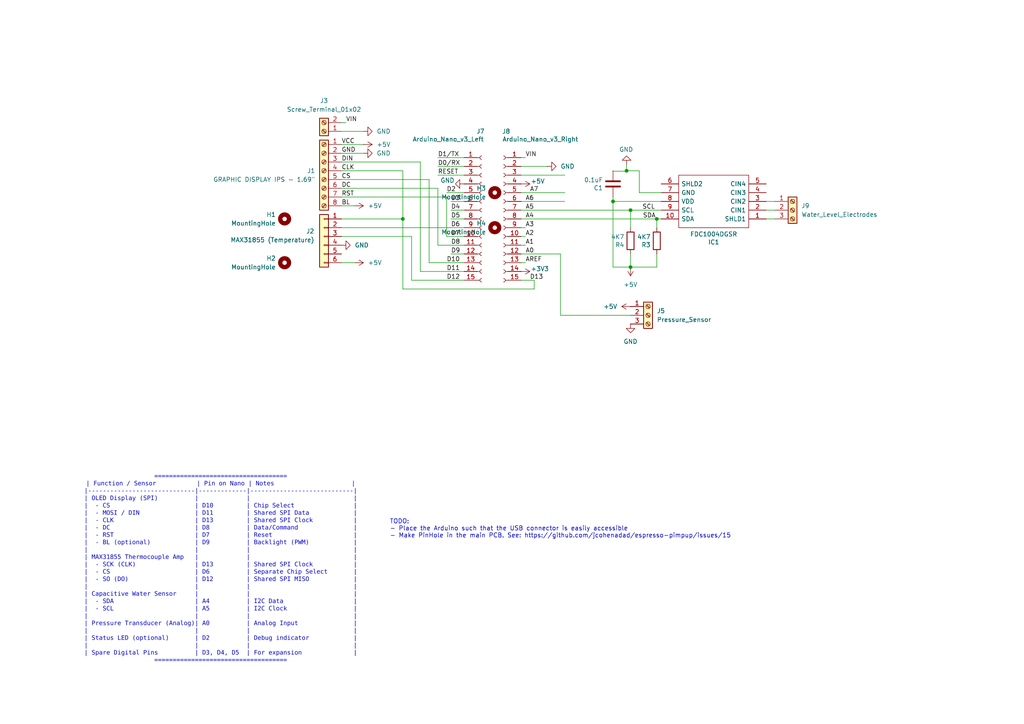
<source format=kicad_sch>
(kicad_sch (version 20250114) (generator "eeschema") (generator_version "9.0")
  (paper "A4")
  (lib_symbols
    (symbol "Conn_01x15_Socket_1" (pin_names (offset 1.016) (hide yes))
      (property "Reference" "J" (at 0 20.32 0))
      (property "Value" "Conn_01x15_Socket" (at 0 -20.32 0))
      (symbol "Conn_01x15_Socket_1_1_1"
        (polyline (pts (xy -1.27 17.78) (xy -0.508 17.78)) (stroke (width 0.1524)))
        (polyline (pts (xy -1.27 15.24) (xy -0.508 15.24)) (stroke (width 0.1524)))
        (polyline (pts (xy -1.27 12.7) (xy -0.508 12.7)) (stroke (width 0.1524)))
        (polyline (pts (xy -1.27 10.16) (xy -0.508 10.16)) (stroke (width 0.1524)))
        (polyline (pts (xy -1.27 7.62) (xy -0.508 7.62)) (stroke (width 0.1524)))
        (polyline (pts (xy -1.27 5.08) (xy -0.508 5.08)) (stroke (width 0.1524)))
        (polyline (pts (xy -1.27 2.54) (xy -0.508 2.54)) (stroke (width 0.1524)))
        (polyline (pts (xy -1.27 0) (xy -0.508 0)) (stroke (width 0.1524)))
        (polyline (pts (xy -1.27 -2.54) (xy -0.508 -2.54)) (stroke (width 0.1524)))
        (polyline (pts (xy -1.27 -5.08) (xy -0.508 -5.08)) (stroke (width 0.1524)))
        (polyline (pts (xy -1.27 -7.62) (xy -0.508 -7.62)) (stroke (width 0.1524)))
        (polyline (pts (xy -1.27 -10.16) (xy -0.508 -10.16)) (stroke (width 0.1524)))
        (polyline (pts (xy -1.27 -12.7) (xy -0.508 -12.7)) (stroke (width 0.1524)))
        (polyline (pts (xy -1.27 -15.24) (xy -0.508 -15.24)) (stroke (width 0.1524)))
        (polyline (pts (xy -1.27 -17.78) (xy -0.508 -17.78)) (stroke (width 0.1524)))
        (arc (start 0 17.272) (mid -0.5058 17.78) (end 0 18.288) (stroke (width 0.1524)))
        (arc (start 0 14.732) (mid -0.5058 15.24) (end 0 15.748) (stroke (width 0.1524)))
        (arc (start 0 12.192) (mid -0.5058 12.7) (end 0 13.208) (stroke (width 0.1524)))
        (arc (start 0 9.652) (mid -0.5058 10.16) (end 0 10.668) (stroke (width 0.1524)))
        (arc (start 0 7.112) (mid -0.5058 7.62) (end 0 8.128) (stroke (width 0.1524)))
        (arc (start 0 4.572) (mid -0.5058 5.08) (end 0 5.588) (stroke (width 0.1524)))
        (arc (start 0 2.032) (mid -0.5058 2.54) (end 0 3.048) (stroke (width 0.1524)))
        (arc (start 0 -0.508) (mid -0.5058 0) (end 0 0.508) (stroke (width 0.1524)))
        (arc (start 0 -3.048) (mid -0.5058 -2.54) (end 0 -2.032) (stroke (width 0.1524)))
        (arc (start 0 -5.588) (mid -0.5058 -5.08) (end 0 -4.572) (stroke (width 0.1524)))
        (arc (start 0 -8.128) (mid -0.5058 -7.62) (end 0 -7.112) (stroke (width 0.1524)))
        (arc (start 0 -10.668) (mid -0.5058 -10.16) (end 0 -9.652) (stroke (width 0.1524)))
        (arc (start 0 -13.208) (mid -0.5058 -12.7) (end 0 -12.192) (stroke (width 0.1524)))
        (arc (start 0 -15.748) (mid -0.5058 -15.24) (end 0 -14.732) (stroke (width 0.1524)))
        (arc (start 0 -18.288) (mid -0.5058 -17.78) (end 0 -17.272) (stroke (width 0.1524)))
        (pin passive line (at -5.08 17.78 0) (length 3.81) (name "Pin_1") (number "1"))
        (pin passive line (at -5.08 15.24 0) (length 3.81) (name "Pin_2") (number "2"))
        (pin passive line (at -5.08 12.7 0) (length 3.81) (name "Pin_3") (number "3"))
        (pin passive line (at -5.08 10.16 0) (length 3.81) (name "Pin_4") (number "4"))
        (pin passive line (at -5.08 7.62 0) (length 3.81) (name "Pin_5") (number "5"))
        (pin passive line (at -5.08 5.08 0) (length 3.81) (name "Pin_6") (number "6"))
        (pin passive line (at -5.08 2.54 0) (length 3.81) (name "Pin_7") (number "7"))
        (pin passive line (at -5.08 0 0) (length 3.81) (name "Pin_8") (number "8"))
        (pin passive line (at -5.08 -2.54 0) (length 3.81) (name "Pin_9") (number "9"))
        (pin passive line (at -5.08 -5.08 0) (length 3.81) (name "Pin_10") (number "10"))
        (pin passive line (at -5.08 -7.62 0) (length 3.81) (name "Pin_11") (number "11"))
        (pin passive line (at -5.08 -10.16 0) (length 3.81) (name "Pin_12") (number "12"))
        (pin passive line (at -5.08 -12.7 0) (length 3.81) (name "Pin_13") (number "13"))
        (pin passive line (at -5.08 -15.24 0) (length 3.81) (name "Pin_14") (number "14"))
        (pin passive line (at -5.08 -17.78 0) (length 3.81) (name "Pin_15") (number "15"))
      )
    )
    (symbol "Connector:Conn_01x15_Socket" (pin_names (offset 1.016) (hide yes))
      (property "Reference" "J" (at 0 20.32 0))
      (property "Value" "Conn_01x15_Socket" (at 0 -20.32 0))
      (symbol "Conn_01x15_Socket_1_1"
        (polyline (pts (xy -1.27 17.78) (xy -0.508 17.78)) (stroke (width 0.1524)))
        (polyline (pts (xy -1.27 15.24) (xy -0.508 15.24)) (stroke (width 0.1524)))
        (polyline (pts (xy -1.27 12.7) (xy -0.508 12.7)) (stroke (width 0.1524)))
        (polyline (pts (xy -1.27 10.16) (xy -0.508 10.16)) (stroke (width 0.1524)))
        (polyline (pts (xy -1.27 7.62) (xy -0.508 7.62)) (stroke (width 0.1524)))
        (polyline (pts (xy -1.27 5.08) (xy -0.508 5.08)) (stroke (width 0.1524)))
        (polyline (pts (xy -1.27 2.54) (xy -0.508 2.54)) (stroke (width 0.1524)))
        (polyline (pts (xy -1.27 0) (xy -0.508 0)) (stroke (width 0.1524)))
        (polyline (pts (xy -1.27 -2.54) (xy -0.508 -2.54)) (stroke (width 0.1524)))
        (polyline (pts (xy -1.27 -5.08) (xy -0.508 -5.08)) (stroke (width 0.1524)))
        (polyline (pts (xy -1.27 -7.62) (xy -0.508 -7.62)) (stroke (width 0.1524)))
        (polyline (pts (xy -1.27 -10.16) (xy -0.508 -10.16)) (stroke (width 0.1524)))
        (polyline (pts (xy -1.27 -12.7) (xy -0.508 -12.7)) (stroke (width 0.1524)))
        (polyline (pts (xy -1.27 -15.24) (xy -0.508 -15.24)) (stroke (width 0.1524)))
        (polyline (pts (xy -1.27 -17.78) (xy -0.508 -17.78)) (stroke (width 0.1524)))
        (arc (start 0 17.272) (mid -0.5058 17.78) (end 0 18.288) (stroke (width 0.1524)))
        (arc (start 0 14.732) (mid -0.5058 15.24) (end 0 15.748) (stroke (width 0.1524)))
        (arc (start 0 12.192) (mid -0.5058 12.7) (end 0 13.208) (stroke (width 0.1524)))
        (arc (start 0 9.652) (mid -0.5058 10.16) (end 0 10.668) (stroke (width 0.1524)))
        (arc (start 0 7.112) (mid -0.5058 7.62) (end 0 8.128) (stroke (width 0.1524)))
        (arc (start 0 4.572) (mid -0.5058 5.08) (end 0 5.588) (stroke (width 0.1524)))
        (arc (start 0 2.032) (mid -0.5058 2.54) (end 0 3.048) (stroke (width 0.1524)))
        (arc (start 0 -0.508) (mid -0.5058 0) (end 0 0.508) (stroke (width 0.1524)))
        (arc (start 0 -3.048) (mid -0.5058 -2.54) (end 0 -2.032) (stroke (width 0.1524)))
        (arc (start 0 -5.588) (mid -0.5058 -5.08) (end 0 -4.572) (stroke (width 0.1524)))
        (arc (start 0 -8.128) (mid -0.5058 -7.62) (end 0 -7.112) (stroke (width 0.1524)))
        (arc (start 0 -10.668) (mid -0.5058 -10.16) (end 0 -9.652) (stroke (width 0.1524)))
        (arc (start 0 -13.208) (mid -0.5058 -12.7) (end 0 -12.192) (stroke (width 0.1524)))
        (arc (start 0 -15.748) (mid -0.5058 -15.24) (end 0 -14.732) (stroke (width 0.1524)))
        (arc (start 0 -18.288) (mid -0.5058 -17.78) (end 0 -17.272) (stroke (width 0.1524)))
        (pin passive line (at -5.08 17.78 0) (length 3.81) (name "Pin_1") (number "1"))
        (pin passive line (at -5.08 15.24 0) (length 3.81) (name "Pin_2") (number "2"))
        (pin passive line (at -5.08 12.7 0) (length 3.81) (name "Pin_3") (number "3"))
        (pin passive line (at -5.08 10.16 0) (length 3.81) (name "Pin_4") (number "4"))
        (pin passive line (at -5.08 7.62 0) (length 3.81) (name "Pin_5") (number "5"))
        (pin passive line (at -5.08 5.08 0) (length 3.81) (name "Pin_6") (number "6"))
        (pin passive line (at -5.08 2.54 0) (length 3.81) (name "Pin_7") (number "7"))
        (pin passive line (at -5.08 0 0) (length 3.81) (name "Pin_8") (number "8"))
        (pin passive line (at -5.08 -2.54 0) (length 3.81) (name "Pin_9") (number "9"))
        (pin passive line (at -5.08 -5.08 0) (length 3.81) (name "Pin_10") (number "10"))
        (pin passive line (at -5.08 -7.62 0) (length 3.81) (name "Pin_11") (number "11"))
        (pin passive line (at -5.08 -10.16 0) (length 3.81) (name "Pin_12") (number "12"))
        (pin passive line (at -5.08 -12.7 0) (length 3.81) (name "Pin_13") (number "13"))
        (pin passive line (at -5.08 -15.24 0) (length 3.81) (name "Pin_14") (number "14"))
        (pin passive line (at -5.08 -17.78 0) (length 3.81) (name "Pin_15") (number "15"))
      )
    )
    (symbol "Connector:Screw_Terminal_01x02" (pin_names (offset 1.016) (hide yes))
      (property "Reference" "J" (at 0 2.54 0))
      (property "Value" "Screw_Terminal_01x02" (at 0 -5.08 0))
      (symbol "Screw_Terminal_01x02_1_1"
        (rectangle (start -1.27 1.27) (end 1.27 -3.81) (stroke (width 0.254)) (fill (type background)))
        (polyline (pts (xy -0.5334 0.3302) (xy 0.3302 -0.508)) (stroke (width 0.1524)))
        (polyline (pts (xy -0.5334 -2.2098) (xy 0.3302 -3.048)) (stroke (width 0.1524)))
        (polyline (pts (xy -0.3556 0.508) (xy 0.508 -0.3302)) (stroke (width 0.1524)))
        (polyline (pts (xy -0.3556 -2.032) (xy 0.508 -2.8702)) (stroke (width 0.1524)))
        (circle (center 0 0) (radius 0.635) (stroke (width 0.1524)))
        (circle (center 0 -2.54) (radius 0.635) (stroke (width 0.1524)))
        (pin passive line (at -5.08 0 0) (length 3.81) (name "Pin_1") (number "1"))
        (pin passive line (at -5.08 -2.54 0) (length 3.81) (name "Pin_2") (number "2"))
      )
    )
    (symbol "Connector:Screw_Terminal_01x03" (pin_names (offset 1.016) (hide yes))
      (property "Reference" "J" (at 0 5.08 0))
      (property "Value" "Screw_Terminal_01x03" (at 0 -5.08 0))
      (symbol "Screw_Terminal_01x03_1_1"
        (rectangle (start -1.27 3.81) (end 1.27 -3.81) (stroke (width 0.254)) (fill (type background)))
        (polyline (pts (xy -0.5334 2.8702) (xy 0.3302 2.032)) (stroke (width 0.1524)))
        (polyline (pts (xy -0.5334 0.3302) (xy 0.3302 -0.508)) (stroke (width 0.1524)))
        (polyline (pts (xy -0.5334 -2.2098) (xy 0.3302 -3.048)) (stroke (width 0.1524)))
        (polyline (pts (xy -0.3556 3.048) (xy 0.508 2.2098)) (stroke (width 0.1524)))
        (polyline (pts (xy -0.3556 0.508) (xy 0.508 -0.3302)) (stroke (width 0.1524)))
        (polyline (pts (xy -0.3556 -2.032) (xy 0.508 -2.8702)) (stroke (width 0.1524)))
        (circle (center 0 2.54) (radius 0.635) (stroke (width 0.1524)))
        (circle (center 0 0) (radius 0.635) (stroke (width 0.1524)))
        (circle (center 0 -2.54) (radius 0.635) (stroke (width 0.1524)))
        (pin passive line (at -5.08 2.54 0) (length 3.81) (name "Pin_1") (number "1"))
        (pin passive line (at -5.08 0 0) (length 3.81) (name "Pin_2") (number "2"))
        (pin passive line (at -5.08 -2.54 0) (length 3.81) (name "Pin_3") (number "3"))
      )
    )
    (symbol "Connector:Screw_Terminal_01x08" (pin_names (offset 1.016) (hide yes))
      (property "Reference" "J" (at 0 10.16 0))
      (property "Value" "Screw_Terminal_01x08" (at 0 -12.7 0))
      (symbol "Screw_Terminal_01x08_1_1"
        (rectangle (start -1.27 8.89) (end 1.27 -11.43) (stroke (width 0.254)) (fill (type background)))
        (polyline (pts (xy -0.5334 7.9502) (xy 0.3302 7.112)) (stroke (width 0.1524)))
        (polyline (pts (xy -0.5334 5.4102) (xy 0.3302 4.572)) (stroke (width 0.1524)))
        (polyline (pts (xy -0.5334 2.8702) (xy 0.3302 2.032)) (stroke (width 0.1524)))
        (polyline (pts (xy -0.5334 0.3302) (xy 0.3302 -0.508)) (stroke (width 0.1524)))
        (polyline (pts (xy -0.5334 -2.2098) (xy 0.3302 -3.048)) (stroke (width 0.1524)))
        (polyline (pts (xy -0.5334 -4.7498) (xy 0.3302 -5.588)) (stroke (width 0.1524)))
        (polyline (pts (xy -0.5334 -7.2898) (xy 0.3302 -8.128)) (stroke (width 0.1524)))
        (polyline (pts (xy -0.5334 -9.8298) (xy 0.3302 -10.668)) (stroke (width 0.1524)))
        (polyline (pts (xy -0.3556 8.128) (xy 0.508 7.2898)) (stroke (width 0.1524)))
        (polyline (pts (xy -0.3556 5.588) (xy 0.508 4.7498)) (stroke (width 0.1524)))
        (polyline (pts (xy -0.3556 3.048) (xy 0.508 2.2098)) (stroke (width 0.1524)))
        (polyline (pts (xy -0.3556 0.508) (xy 0.508 -0.3302)) (stroke (width 0.1524)))
        (polyline (pts (xy -0.3556 -2.032) (xy 0.508 -2.8702)) (stroke (width 0.1524)))
        (polyline (pts (xy -0.3556 -4.572) (xy 0.508 -5.4102)) (stroke (width 0.1524)))
        (polyline (pts (xy -0.3556 -7.112) (xy 0.508 -7.9502)) (stroke (width 0.1524)))
        (polyline (pts (xy -0.3556 -9.652) (xy 0.508 -10.4902)) (stroke (width 0.1524)))
        (circle (center 0 7.62) (radius 0.635) (stroke (width 0.1524)))
        (circle (center 0 5.08) (radius 0.635) (stroke (width 0.1524)))
        (circle (center 0 2.54) (radius 0.635) (stroke (width 0.1524)))
        (circle (center 0 0) (radius 0.635) (stroke (width 0.1524)))
        (circle (center 0 -2.54) (radius 0.635) (stroke (width 0.1524)))
        (circle (center 0 -5.08) (radius 0.635) (stroke (width 0.1524)))
        (circle (center 0 -7.62) (radius 0.635) (stroke (width 0.1524)))
        (circle (center 0 -10.16) (radius 0.635) (stroke (width 0.1524)))
        (pin passive line (at -5.08 7.62 0) (length 3.81) (name "Pin_1") (number "1"))
        (pin passive line (at -5.08 5.08 0) (length 3.81) (name "Pin_2") (number "2"))
        (pin passive line (at -5.08 2.54 0) (length 3.81) (name "Pin_3") (number "3"))
        (pin passive line (at -5.08 0 0) (length 3.81) (name "Pin_4") (number "4"))
        (pin passive line (at -5.08 -2.54 0) (length 3.81) (name "Pin_5") (number "5"))
        (pin passive line (at -5.08 -5.08 0) (length 3.81) (name "Pin_6") (number "6"))
        (pin passive line (at -5.08 -7.62 0) (length 3.81) (name "Pin_7") (number "7"))
        (pin passive line (at -5.08 -10.16 0) (length 3.81) (name "Pin_8") (number "8"))
      )
    )
    (symbol "Connector_Generic:Conn_01x06" (pin_names (offset 1.016) (hide yes))
      (property "Reference" "J" (at 0 7.62 0))
      (property "Value" "Conn_01x06" (at 0 -10.16 0))
      (symbol "Conn_01x06_1_1"
        (rectangle (start -1.27 6.35) (end 1.27 -8.89) (stroke (width 0.254)) (fill (type background)))
        (rectangle (start -1.27 5.207) (end 0 4.953) (stroke (width 0.1524)))
        (rectangle (start -1.27 2.667) (end 0 2.413) (stroke (width 0.1524)))
        (rectangle (start -1.27 0.127) (end 0 -0.127) (stroke (width 0.1524)))
        (rectangle (start -1.27 -2.413) (end 0 -2.667) (stroke (width 0.1524)))
        (rectangle (start -1.27 -4.953) (end 0 -5.207) (stroke (width 0.1524)))
        (rectangle (start -1.27 -7.493) (end 0 -7.747) (stroke (width 0.1524)))
        (pin passive line (at -5.08 5.08 0) (length 3.81) (name "Pin_1") (number "1"))
        (pin passive line (at -5.08 2.54 0) (length 3.81) (name "Pin_2") (number "2"))
        (pin passive line (at -5.08 0 0) (length 3.81) (name "Pin_3") (number "3"))
        (pin passive line (at -5.08 -2.54 0) (length 3.81) (name "Pin_4") (number "4"))
        (pin passive line (at -5.08 -5.08 0) (length 3.81) (name "Pin_5") (number "5"))
        (pin passive line (at -5.08 -7.62 0) (length 3.81) (name "Pin_6") (number "6"))
      )
    )
    (symbol "FDC1004DGSR:FDC1004DGSR" (pin_names (offset 0.762))
      (property "Reference" "IC" (at 26.67 7.62 0))
      (property "Value" "FDC1004DGSR_FDC1004DGSR" (at 26.67 5.08 0))
      (symbol "FDC1004DGSR_0_0"
        (pin input line (at 0 0 0) (length 5.08) (name "SHLD1") (number "1"))
        (pin input line (at 0 -2.54 0) (length 5.08) (name "CIN1") (number "2"))
        (pin input line (at 0 -5.08 0) (length 5.08) (name "CIN2") (number "3"))
        (pin input line (at 0 -7.62 0) (length 5.08) (name "CIN3") (number "4"))
        (pin input line (at 0 -10.16 0) (length 5.08) (name "CIN4") (number "5"))
        (pin bidirectional line (at 30.48 0 180) (length 5.08) (name "SDA") (number "10"))
        (pin input line (at 30.48 -2.54 180) (length 5.08) (name "SCL") (number "9"))
        (pin power_in line (at 30.48 -5.08 180) (length 5.08) (name "VDD") (number "8"))
        (pin power_in line (at 30.48 -7.62 180) (length 5.08) (name "GND") (number "7"))
        (pin input line (at 30.48 -10.16 180) (length 5.08) (name "SHLD2") (number "6"))
      )
      (symbol "FDC1004DGSR_0_1"
        (polyline (pts (xy 5.08 2.54) (xy 25.4 2.54) (xy 25.4 -12.7) (xy 5.08 -12.7) (xy 5.08 2.54)) (stroke (width 0.1524)))
      )
    )
    (symbol "Mechanical:MountingHole" (pin_names (offset 1.016)) (in_bom no)
      (property "Reference" "H" (at 0 5.08 0))
      (property "Value" "MountingHole" (at 0 3.175 0))
      (symbol "MountingHole_0_1"
        (circle (center 0 0) (radius 1.27) (stroke (width 1.27)))
      )
    )
    (symbol "level_s-rescue:C-Device" (pin_numbers (hide yes)) (pin_names (offset 0.254))
      (property "Reference" "C" (at 0.635 2.54 0))
      (property "Value" "C-Device" (at 0.635 -2.54 0))
      (symbol "C-Device_0_1"
        (polyline (pts (xy -2.032 0.762) (xy 2.032 0.762)) (stroke (width 0.508)))
        (polyline (pts (xy -2.032 -0.762) (xy 2.032 -0.762)) (stroke (width 0.508)))
      )
      (symbol "C-Device_1_1"
        (pin passive line (at 0 3.81 270) (length 2.794) (name "~") (number "1"))
        (pin passive line (at 0 -3.81 90) (length 2.794) (name "~") (number "2"))
      )
    )
    (symbol "level_s-rescue:GND-power" (power) (pin_names (offset 0))
      (property "Value" "GND-power" (at 0 -3.81 0))
      (symbol "GND-power_0_1"
        (polyline (pts (xy 0 0) (xy 0 -1.27) (xy 1.27 -1.27) (xy 0 -2.54) (xy -1.27 -1.27) (xy 0 -1.27)))
      )
      (symbol "GND-power_1_1"
        (pin power_in line (at 0 0 270) (length 0) (hide yes) (name "GND") (number "1"))
      )
    )
    (symbol "level_s-rescue:R-Device" (pin_numbers (hide yes)) (pin_names (offset 0))
      (property "Reference" "R" (at 2.032 0 90))
      (property "Value" "R-Device" (at 0 0 90))
      (symbol "R-Device_0_1"
        (rectangle (start -1.016 -2.54) (end 1.016 2.54) (stroke (width 0.254)))
      )
      (symbol "R-Device_1_1"
        (pin passive line (at 0 3.81 270) (length 1.27) (name "~") (number "1"))
        (pin passive line (at 0 -3.81 90) (length 1.27) (name "~") (number "2"))
      )
    )
    (symbol "power:+3V3" (power) (pin_numbers (hide yes)) (pin_names (offset 0) (hide yes))
      (property "Value" "+3V3" (at 0 3.556 0))
      (symbol "+3V3_0_1"
        (polyline (pts (xy -0.762 1.27) (xy 0 2.54)))
        (polyline (pts (xy 0 2.54) (xy 0.762 1.27)))
        (polyline (pts (xy 0 0) (xy 0 2.54)))
      )
      (symbol "+3V3_1_1"
        (pin power_in line (at 0 0 90) (length 0) (name "~") (number "1"))
      )
    )
    (symbol "power:+5V" (power) (pin_numbers (hide yes)) (pin_names (offset 0) (hide yes))
      (property "Value" "+5V" (at 0 3.556 0))
      (symbol "+5V_0_1"
        (polyline (pts (xy -0.762 1.27) (xy 0 2.54)))
        (polyline (pts (xy 0 2.54) (xy 0.762 1.27)))
        (polyline (pts (xy 0 0) (xy 0 2.54)))
      )
      (symbol "+5V_1_1"
        (pin power_in line (at 0 0 90) (length 0) (name "~") (number "1"))
      )
    )
    (symbol "power:GND" (power) (pin_numbers (hide yes)) (pin_names (offset 0) (hide yes))
      (property "Value" "GND" (at 0 -3.81 0))
      (symbol "GND_0_1"
        (polyline (pts (xy 0 0) (xy 0 -1.27) (xy 1.27 -1.27) (xy 0 -2.54) (xy -1.27 -1.27) (xy 0 -1.27)))
      )
      (symbol "GND_1_1"
        (pin power_in line (at 0 0 270) (length 0) (name "~") (number "1"))
      )
    )
  )
  (text "====================================\n| Function / Sensor           | Pin on Nano | Notes                     |\n|-----------------------------|-------------|----------------------------|\n| OLED Display (SPI)          |             |                            |\n|  - CS                       | D10         | Chip Select                |\n|  - MOSI / DIN               | D11         | Shared SPI Data            |\n|  - CLK                      | D13         | Shared SPI Clock           |\n|  - DC                       | D8          | Data/Command               |\n|  - RST                      | D7          | Reset                      |\n|  - BL (optional)            | D9          | Backlight (PWM)            |\n|                             |             |                            |\n| MAX31855 Thermocouple Amp   |             |                            |\n|  - SCK (CLK)                | D13         | Shared SPI Clock           |\n|  - CS                       | D6          | Separate Chip Select       |\n|  - SO (DO)                  | D12         | Shared SPI MISO            |\n|                             |             |                            |\n| Capacitive Water Sensor     |             |                            |\n|  - SDA                      | A4          | I2C Data                   |\n|  - SCL                      | A5          | I2C Clock                  |\n|                             |             |                            |\n| Pressure Transducer (Analog)| A0          | Analog Input               |\n|                             |             |                            |\n| Status LED (optional)       | D2          | Debug indicator            |\n|                             |             |                            |\n| Spare Digital Pins          | D3, D4, D5  | For expansion              |\n====================================" (at 64.008 165.354 0) (effects (font (size 1.27 1.27))))
  (text "TODO:\n- Place the Arduino such that the USB connector is easily accessible\n- Make PinHole in the main PCB. See: https://github.com/jcohenadad/espresso-pimpup/issues/15\n\n" (at 113.03 154.432 0) (effects (font (size 1.27 1.27)) (justify left)))
  (junction (at 181.737 49.53))
  (junction (at 177.8 58.42))
  (junction (at 182.88 77.47))
  (junction (at 116.84 63.5))
  (junction (at 190.5 63.5))
  (junction (at 182.88 60.96))
  (wire (pts (xy 162.56 91.44) (xy 162.56 73.66)))
  (wire (pts (xy 127 48.26) (xy 134.62 48.26)))
  (wire (pts (xy 100.33 35.56) (xy 99.06 35.56)))
  (wire (pts (xy 182.88 66.04) (xy 182.88 60.96)))
  (wire (pts (xy 116.84 49.53) (xy 116.84 63.5)))
  (wire (pts (xy 151.13 50.8) (xy 163.83 50.8)))
  (wire (pts (xy 181.737 47.752) (xy 181.737 49.53)))
  (wire (pts (xy 152.4 76.2) (xy 151.13 76.2)))
  (wire (pts (xy 181.737 49.657) (xy 177.8 49.657)))
  (wire (pts (xy 190.5 63.5) (xy 190.5 66.04)))
  (wire (pts (xy 152.4 71.12) (xy 151.13 71.12)))
  (wire (pts (xy 134.62 66.04) (xy 99.06 66.04)))
  (wire (pts (xy 119.38 68.58) (xy 119.38 81.28)))
  (wire (pts (xy 99.06 76.2) (xy 102.87 76.2)))
  (wire (pts (xy 99.06 57.15) (xy 129.54 57.15)))
  (wire (pts (xy 177.8 58.42) (xy 191.77 58.42)))
  (wire (pts (xy 129.54 57.15) (xy 129.54 68.58)))
  (wire (pts (xy 182.88 60.96) (xy 191.77 60.96)))
  (wire (pts (xy 99.06 49.53) (xy 116.84 49.53)))
  (wire (pts (xy 121.92 46.99) (xy 121.92 78.74)))
  (wire (pts (xy 119.38 81.28) (xy 134.62 81.28)))
  (wire (pts (xy 182.88 77.47) (xy 177.8 77.47)))
  (wire (pts (xy 182.88 73.66) (xy 182.88 77.47)))
  (wire (pts (xy 152.4 66.04) (xy 151.13 66.04)))
  (wire (pts (xy 190.5 73.66) (xy 190.5 77.47)))
  (wire (pts (xy 162.56 91.44) (xy 182.88 91.44)))
  (wire (pts (xy 127 54.61) (xy 127 71.12)))
  (wire (pts (xy 121.92 78.74) (xy 134.62 78.74)))
  (wire (pts (xy 177.8 49.53) (xy 177.8 49.657)))
  (wire (pts (xy 151.13 60.96) (xy 182.88 60.96)))
  (wire (pts (xy 151.13 81.28) (xy 154.94 81.28)))
  (wire (pts (xy 222.25 58.42) (xy 224.79 58.42)))
  (wire (pts (xy 190.5 63.5) (xy 191.77 63.5)))
  (wire (pts (xy 124.46 76.2) (xy 134.62 76.2)))
  (wire (pts (xy 127 45.72) (xy 134.62 45.72)))
  (wire (pts (xy 185.42 55.88) (xy 191.77 55.88)))
  (wire (pts (xy 151.13 58.42) (xy 163.83 58.42)))
  (wire (pts (xy 130.81 58.42) (xy 134.62 58.42)))
  (wire (pts (xy 185.42 49.53) (xy 181.737 49.53)))
  (wire (pts (xy 127 50.8) (xy 134.62 50.8)))
  (wire (pts (xy 151.13 55.88) (xy 163.83 55.88)))
  (wire (pts (xy 99.06 59.69) (xy 102.87 59.69)))
  (wire (pts (xy 130.81 63.5) (xy 134.62 63.5)))
  (wire (pts (xy 154.94 83.82) (xy 154.94 81.28)))
  (wire (pts (xy 177.8 57.15) (xy 177.8 58.42)))
  (wire (pts (xy 182.88 77.47) (xy 190.5 77.47)))
  (wire (pts (xy 99.06 46.99) (xy 121.92 46.99)))
  (wire (pts (xy 129.54 68.58) (xy 134.62 68.58)))
  (wire (pts (xy 162.56 73.66) (xy 151.13 73.66)))
  (wire (pts (xy 116.84 63.5) (xy 116.84 83.82)))
  (wire (pts (xy 158.75 48.26) (xy 151.13 48.26)))
  (wire (pts (xy 129.54 55.88) (xy 134.62 55.88)))
  (wire (pts (xy 152.4 45.72) (xy 151.13 45.72)))
  (wire (pts (xy 99.06 41.91) (xy 105.41 41.91)))
  (wire (pts (xy 99.06 52.07) (xy 124.46 52.07)))
  (wire (pts (xy 99.06 54.61) (xy 127 54.61)))
  (wire (pts (xy 222.25 60.96) (xy 224.79 60.96)))
  (wire (pts (xy 222.25 63.5) (xy 224.79 63.5)))
  (wire (pts (xy 185.42 55.88) (xy 185.42 49.53)))
  (wire (pts (xy 127 71.12) (xy 134.62 71.12)))
  (wire (pts (xy 152.4 68.58) (xy 151.13 68.58)))
  (wire (pts (xy 130.81 60.96) (xy 134.62 60.96)))
  (wire (pts (xy 151.13 63.5) (xy 190.5 63.5)))
  (wire (pts (xy 99.06 63.5) (xy 116.84 63.5)))
  (wire (pts (xy 124.46 52.07) (xy 124.46 76.2)))
  (wire (pts (xy 119.38 68.58) (xy 99.06 68.58)))
  (wire (pts (xy 181.737 49.53) (xy 181.737 49.657)))
  (wire (pts (xy 116.84 83.82) (xy 154.94 83.82)))
  (wire (pts (xy 99.06 44.45) (xy 105.41 44.45)))
  (wire (pts (xy 130.81 73.66) (xy 134.62 73.66)))
  (wire (pts (xy 177.8 58.42) (xy 177.8 77.47)))
  (wire (pts (xy 105.41 38.1) (xy 99.06 38.1)))
  (label "CS" (at 99.06 52.07 0))
  (label "D10" (at 129.54 76.2 0))
  (label "BL" (at 99.06 59.69 0))
  (label "SDA" (at 186.436 63.5 0))
  (label "SCL" (at 189.992 60.96 180))
  (label "A1" (at 152.4 71.12 0))
  (label "D6" (at 130.7783 66.04 0))
  (label "D8" (at 130.81 71.12 0))
  (label "VCC" (at 99.06 41.91 0))
  (label "D13" (at 153.67 81.28 0))
  (label "RST" (at 99.06 57.15 0))
  (label "D1{slash}TX" (at 127 45.72 0))
  (label "GND" (at 99.06 44.45 0))
  (label "A2" (at 152.4 68.58 0))
  (label "D0{slash}RX" (at 127 48.26 0))
  (label "D5" (at 130.81 63.5 0))
  (label "AREF" (at 152.4 76.2 0))
  (label "DIN" (at 99.06 46.99 0))
  (label "RESET" (at 127 50.8 0))
  (label "DC" (at 99.06 54.61 0))
  (label "D4" (at 130.81 60.96 0))
  (label "CLK" (at 99.06 49.53 0))
  (label "D2" (at 129.54 55.88 0))
  (label "A3" (at 152.4 66.04 0))
  (label "D9" (at 130.81 73.66 0))
  (label "D3" (at 130.81 58.42 0))
  (label "VIN" (at 152.4 45.72 0))
  (label "A5" (at 152.4 60.96 0))
  (label "D11" (at 129.54 78.74 0))
  (label "A6" (at 152.4 58.42 0))
  (label "A7" (at 153.67 55.88 0))
  (label "D7" (at 130.7783 68.58 0))
  (label "A4" (at 152.4 63.5 0))
  (label "VIN" (at 100.33 35.56 0))
  (label "A0" (at 152.4 73.66 0))
  (label "D12" (at 129.54 81.28 0))
  (symbol (lib_id "level_s-rescue:C-Device") (at 177.8 53.34 180) (unit 1)
    (property "Reference" "C1" (at 174.879 54.5084 0) (effects (justify left)))
    (property "Value" "0.1uF" (at 174.879 52.197 0) (effects (justify left)))
    (property "Footprint" "Capacitor_SMD:C_0805_2012Metric_Pad1.18x1.45mm_HandSolder" (effects (hide yes)))
  )
  (symbol (lib_id "level_s-rescue:GND-power") (at 181.737 47.752 180) (unit 1)
    (property "Reference" "#PWR0101" (effects (hide yes)))
    (property "Value" "GND" (at 181.61 43.3578 0))
  )
  (symbol (lib_id "FDC1004DGSR:FDC1004DGSR") (at 222.25 63.5 180) (unit 1)
    (property "Reference" "IC1" (at 207.01 70.231 0))
    (property "Value" "FDC1004DGSR" (at 207.01 67.9196 0))
    (property "Footprint" "Package_SO:MSOP-10_3x3mm_P0.5mm" (effects (hide yes)))
    (property "Datasheet" "http://www.ti.com/lit/gpn/fdc1004" (effects (hide yes)))
    (property "Description" "4 Channel Capacitance to Digital Converter for Capacitive Sensing (Cap Sensing) Solutions" (effects (hide yes)))
    (property "Height" "1.1" (effects (hide yes)))
    (property "Mouser Part Number" "595-FDC1004DGSR" (effects (hide yes)))
    (property "Mouser Price/Stock" "https://www.mouser.com/Search/Refine.aspx?Keyword=595-FDC1004DGSR" (effects (hide yes)))
    (property "Manufacturer_Name" "Texas Instruments" (effects (hide yes)))
    (property "Manufacturer_Part_Number" "FDC1004DGSR" (effects (hide yes)))
  )
  (symbol (lib_id "power:+5V") (at 102.87 59.69 270) (mirror x) (unit 1)
    (property "Reference" "#PWR09" (effects (hide yes)))
    (property "Value" "+5V" (at 106.68 59.6899 90) (effects (justify left)))
    (property "Description" "Power symbol creates a global label with name \"+5V\"" (effects (hide yes)))
  )
  (symbol (lib_id "power:+3V3") (at 151.13 78.74 270) (unit 1)
    (property "Reference" "#PWR012" (effects (hide yes)))
    (property "Value" "+3V3" (at 153.924 77.978 90) (effects (justify left)))
    (property "Description" "Power symbol creates a global label with name \"+3V3\"" (effects (hide yes)))
  )
  (symbol (lib_id "power:+5V") (at 151.13 53.34 270) (unit 1)
    (property "Reference" "#PWR02" (effects (hide yes)))
    (property "Value" "+5V" (at 153.924 52.578 90) (effects (justify left)))
    (property "Description" "Power symbol creates a global label with name \"+5V\"" (effects (hide yes)))
  )
  (symbol (lib_id "Mechanical:MountingHole") (at 82.55 63.5 0) (mirror y) (unit 1) (in_bom no)
    (property "Reference" "H1" (at 80.01 62.2299 0) (effects (justify left)))
    (property "Value" "MountingHole" (at 80.01 64.7699 0) (effects (justify left)))
    (property "Footprint" "MountingHole:MountingHole_2.2mm_M2" (effects (hide yes)))
    (property "Description" "Mounting Hole without connection" (effects (hide yes)))
  )
  (symbol (lib_id "Connector_Generic:Conn_01x06") (at 93.98 68.58 0) (mirror y) (unit 1)
    (property "Reference" "J2" (at 91.186 67.056 0) (effects (justify left)))
    (property "Value" "MAX31855 (Temperature)" (at 91.186 69.596 0) (effects (justify left)))
    (property "Footprint" "Connector_PinHeader_2.54mm:PinHeader_1x06_P2.54mm_Vertical" (effects (hide yes)))
    (property "Datasheet" "https://learn.adafruit.com/thermocouple/downloads" (effects (hide yes)))
    (property "Description" "Generic connector, single row, 01x06, script generated (kicad-library-utils/schlib/autogen/connector/)" (effects (hide yes)))
  )
  (symbol (lib_id "power:+5V") (at 102.87 76.2 270) (mirror x) (unit 1)
    (property "Reference" "#PWR010" (effects (hide yes)))
    (property "Value" "+5V" (at 106.68 76.1999 90) (effects (justify left)))
    (property "Description" "Power symbol creates a global label with name \"+5V\"" (effects (hide yes)))
  )
  (symbol (lib_id "power:GND") (at 105.41 38.1 90) (unit 1)
    (property "Reference" "#PWR04" (effects (hide yes)))
    (property "Value" "GND" (at 109.22 38.0999 90) (effects (justify right)))
    (property "Description" "Power symbol creates a global label with name \"GND\" , ground" (effects (hide yes)))
  )
  (symbol (lib_id "Connector:Screw_Terminal_01x03") (at 229.87 60.96 0) (unit 1)
    (property "Reference" "J9" (at 232.41 59.6899 0) (effects (justify left)))
    (property "Value" "Water_Level_Electrodes" (at 232.41 62.2299 0) (effects (justify left)))
    (property "Footprint" "Connector_PinHeader_2.54mm:PinHeader_1x03_P2.54mm_Vertical" (effects (hide yes)))
    (property "Description" "Generic screw terminal, single row, 01x03, script generated (kicad-library-utils/schlib/autogen/connector/)" (effects (hide yes)))
  )
  (symbol (lib_id "Mechanical:MountingHole") (at 82.55 76.2 0) (mirror y) (unit 1) (in_bom no)
    (property "Reference" "H2" (at 80.01 74.9299 0) (effects (justify left)))
    (property "Value" "MountingHole" (at 80.01 77.4699 0) (effects (justify left)))
    (property "Footprint" "MountingHole:MountingHole_2.2mm_M2" (effects (hide yes)))
    (property "Description" "Mounting Hole without connection" (effects (hide yes)))
  )
  (symbol (lib_id "Mechanical:MountingHole") (at 143.51 66.04 0) (mirror y) (unit 1) (in_bom no)
    (property "Reference" "H4" (at 140.97 64.7699 0) (effects (justify left)))
    (property "Value" "MountingHole" (at 140.97 67.3099 0) (effects (justify left)))
    (property "Footprint" "MountingHole:MountingHole_2.2mm_M2" (effects (hide yes)))
    (property "Description" "Mounting Hole without connection" (effects (hide yes)))
  )
  (symbol (lib_id "power:+5V") (at 105.41 41.91 270) (mirror x) (unit 1)
    (property "Reference" "#PWR011" (effects (hide yes)))
    (property "Value" "+5V" (at 109.22 41.9099 90) (effects (justify left)))
    (property "Description" "Power symbol creates a global label with name \"+5V\"" (effects (hide yes)))
  )
  (symbol (lib_id "level_s-rescue:R-Device") (at 190.5 69.85 180) (unit 1)
    (property "Reference" "R3" (at 188.722 71.0184 0) (effects (justify left)))
    (property "Value" "4K7" (at 188.722 68.707 0) (effects (justify left)))
    (property "Footprint" "Resistor_SMD:R_0805_2012Metric_Pad1.20x1.40mm_HandSolder" (effects (hide yes)))
  )
  (symbol (lib_id "power:+5V") (at 182.88 77.47 180) (unit 1)
    (property "Reference" "#PWR016" (effects (hide yes)))
    (property "Value" "+5V" (at 182.88 82.55 0))
    (property "Description" "Power symbol creates a global label with name \"+5V\"" (effects (hide yes)))
  )
  (symbol (lib_id "Connector:Screw_Terminal_01x03") (at 187.96 91.44 0) (unit 1)
    (property "Reference" "J5" (at 190.5 90.1699 0) (effects (justify left)))
    (property "Value" "Pressure_Sensor" (at 190.5 92.7099 0) (effects (justify left)))
    (property "Footprint" "Connector_PinHeader_2.54mm:PinHeader_1x03_P2.54mm_Vertical" (effects (hide yes)))
    (property "Description" "Generic screw terminal, single row, 01x03, script generated (kicad-library-utils/schlib/autogen/connector/)" (effects (hide yes)))
  )
  (symbol (lib_id "power:GND") (at 158.75 48.26 90) (unit 1)
    (property "Reference" "#PWR013" (effects (hide yes)))
    (property "Value" "GND" (at 162.56 48.2599 90) (effects (justify right)))
    (property "Description" "Power symbol creates a global label with name \"GND\" , ground" (effects (hide yes)))
  )
  (symbol (lib_id "level_s-rescue:R-Device") (at 182.88 69.85 180) (unit 1)
    (property "Reference" "R4" (at 181.102 71.0184 0) (effects (justify left)))
    (property "Value" "4K7" (at 181.102 68.707 0) (effects (justify left)))
    (property "Footprint" "Resistor_SMD:R_0805_2012Metric_Pad1.20x1.40mm_HandSolder" (effects (hide yes)))
  )
  (symbol (lib_id "power:GND") (at 105.41 44.45 90) (unit 1)
    (property "Reference" "#PWR01" (effects (hide yes)))
    (property "Value" "GND" (at 109.22 44.4499 90) (effects (justify right)))
    (property "Description" "Power symbol creates a global label with name \"GND\" , ground" (effects (hide yes)))
  )
  (symbol (lib_id "Connector:Screw_Terminal_01x02") (at 93.98 38.1 180) (unit 1)
    (property "Reference" "J3" (at 93.98 29.21 0))
    (property "Value" "Screw_Terminal_01x02" (at 93.98 31.75 0))
    (property "Footprint" "Connector_PinHeader_2.54mm:PinHeader_1x02_P2.54mm_Vertical" (effects (hide yes)))
    (property "Description" "Generic screw terminal, single row, 01x02, script generated (kicad-library-utils/schlib/autogen/connector/)" (effects (hide yes)))
  )
  (symbol (lib_id "power:GND") (at 134.62 53.34 270) (unit 1)
    (property "Reference" "#PWR014" (effects (hide yes)))
    (property "Value" "GND" (at 131.826 52.324 90) (effects (justify right)))
    (property "Description" "Power symbol creates a global label with name \"GND\" , ground" (effects (hide yes)))
  )
  (symbol (lib_id "power:GND") (at 99.06 71.12 90) (unit 1)
    (property "Reference" "#PWR03" (effects (hide yes)))
    (property "Value" "GND" (at 102.87 71.1199 90) (effects (justify right)))
    (property "Description" "Power symbol creates a global label with name \"GND\" , ground" (effects (hide yes)))
  )
  (symbol (lib_id "power:+5V") (at 182.88 88.9 90) (unit 1)
    (property "Reference" "#PWR05" (effects (hide yes)))
    (property "Value" "+5V" (at 179.07 88.8999 90) (effects (justify left)))
    (property "Description" "Power symbol creates a global label with name \"+5V\"" (effects (hide yes)))
  )
  (symbol (lib_id "Mechanical:MountingHole") (at 143.51 55.88 0) (mirror y) (unit 1) (in_bom no)
    (property "Reference" "H3" (at 140.97 54.6099 0) (effects (justify left)))
    (property "Value" "MountingHole" (at 140.97 57.1499 0) (effects (justify left)))
    (property "Footprint" "MountingHole:MountingHole_2.2mm_M2" (effects (hide yes)))
    (property "Description" "Mounting Hole without connection" (effects (hide yes)))
  )
  (symbol (lib_id "Connector:Screw_Terminal_01x08") (at 93.98 49.53 0) (mirror y) (unit 1)
    (property "Reference" "J1" (at 91.44 49.5299 0) (effects (justify left)))
    (property "Value" "GRAPHIC DISPLAY IPS - 1.69\"" (at 91.44 52.0699 0) (effects (justify left)))
    (property "Footprint" "Connector_PinHeader_2.54mm:PinHeader_1x08_P2.54mm_Vertical" (effects (hide yes)))
    (property "Description" "Generic screw terminal, single row, 01x08, script generated (kicad-library-utils/schlib/autogen/connector/)" (effects (hide yes)))
  )
  (symbol (lib_id "Connector:Conn_01x15_Socket") (at 146.05 63.5 0) (mirror y) (unit 1)
    (property "Reference" "J8" (at 146.812 38.1 0))
    (property "Value" "Arduino_Nano_v3_Right" (at 156.718 40.386 0))
    (property "Footprint" "Connector_PinHeader_2.54mm:PinHeader_1x15_P2.54mm_Vertical" (effects (hide yes)))
    (property "Description" "Generic connector, single row, 01x15, script generated" (effects (hide yes)))
  )
  (symbol (lib_name "Conn_01x15_Socket_1") (lib_id "Connector:Conn_01x15_Socket") (at 139.7 63.5 0) (unit 1)
    (property "Reference" "J7" (at 138.176 38.1 0) (effects (justify left)))
    (property "Value" "Arduino_Nano_v3_Left" (at 119.634 40.386 0) (effects (justify left)))
    (property "Footprint" "Connector_PinHeader_2.54mm:PinHeader_1x15_P2.54mm_Vertical" (effects (hide yes)))
    (property "Datasheet" "https://store.arduino.cc/products/arduino-nano?srsltid=AfmBOorGzugiFpv1mzMa2CGAkOm6ruCnfS94uiiSQUmE8RKDmAVoVjFb" (effects (hide yes)))
    (property "Description" "Generic connector, single row, 01x15, script generated" (effects (hide yes)))
  )
  (symbol (lib_id "power:GND") (at 182.88 93.98 0) (unit 1)
    (property "Reference" "#PWR08" (effects (hide yes)))
    (property "Value" "GND" (at 182.88 99.06 0))
    (property "Description" "Power symbol creates a global label with name \"GND\" , ground" (effects (hide yes)))
  )
)
</source>
